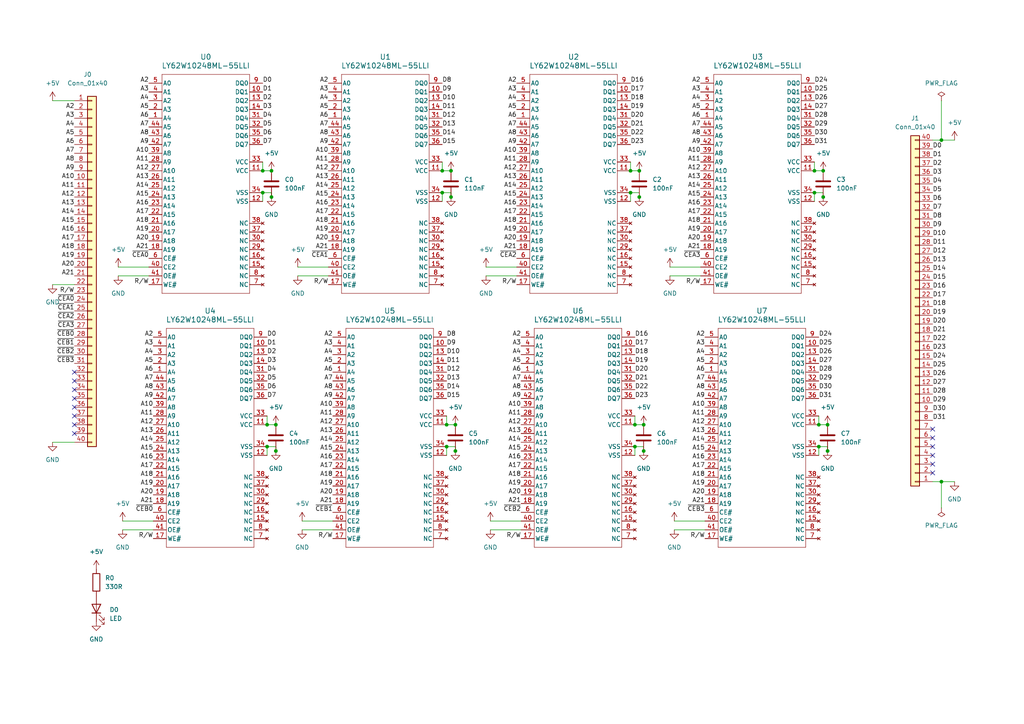
<source format=kicad_sch>
(kicad_sch (version 20230121) (generator eeschema)
  (paper "A4")
  (lib_symbols
    (symbol "Connector_Generic:Conn_01x40" (pin_names (offset 1.016) hide)
      (property "Reference" "J" (at 0 50.8 0))
      (property "Value" "Conn_01x40" (at 0 -53.34 0))
      (symbol "Conn_01x40_1_1"
        (rectangle (start -1.27 -50.673) (end 0 -50.927) (stroke (width 0.1524)))
        (rectangle (start -1.27 -48.133) (end 0 -48.387) (stroke (width 0.1524)))
        (rectangle (start -1.27 -45.593) (end 0 -45.847) (stroke (width 0.1524)))
        (rectangle (start -1.27 -43.053) (end 0 -43.307) (stroke (width 0.1524)))
        (rectangle (start -1.27 -40.513) (end 0 -40.767) (stroke (width 0.1524)))
        (rectangle (start -1.27 -37.973) (end 0 -38.227) (stroke (width 0.1524)))
        (rectangle (start -1.27 -35.433) (end 0 -35.687) (stroke (width 0.1524)))
        (rectangle (start -1.27 -32.893) (end 0 -33.147) (stroke (width 0.1524)))
        (rectangle (start -1.27 -30.353) (end 0 -30.607) (stroke (width 0.1524)))
        (rectangle (start -1.27 -27.813) (end 0 -28.067) (stroke (width 0.1524)))
        (rectangle (start -1.27 -25.273) (end 0 -25.527) (stroke (width 0.1524)))
        (rectangle (start -1.27 -22.733) (end 0 -22.987) (stroke (width 0.1524)))
        (rectangle (start -1.27 -20.193) (end 0 -20.447) (stroke (width 0.1524)))
        (rectangle (start -1.27 -17.653) (end 0 -17.907) (stroke (width 0.1524)))
        (rectangle (start -1.27 -15.113) (end 0 -15.367) (stroke (width 0.1524)))
        (rectangle (start -1.27 -12.573) (end 0 -12.827) (stroke (width 0.1524)))
        (rectangle (start -1.27 -10.033) (end 0 -10.287) (stroke (width 0.1524)))
        (rectangle (start -1.27 -7.493) (end 0 -7.747) (stroke (width 0.1524)))
        (rectangle (start -1.27 -4.953) (end 0 -5.207) (stroke (width 0.1524)))
        (rectangle (start -1.27 -2.413) (end 0 -2.667) (stroke (width 0.1524)))
        (rectangle (start -1.27 0.127) (end 0 -0.127) (stroke (width 0.1524)))
        (rectangle (start -1.27 2.667) (end 0 2.413) (stroke (width 0.1524)))
        (rectangle (start -1.27 5.207) (end 0 4.953) (stroke (width 0.1524)))
        (rectangle (start -1.27 7.747) (end 0 7.493) (stroke (width 0.1524)))
        (rectangle (start -1.27 10.287) (end 0 10.033) (stroke (width 0.1524)))
        (rectangle (start -1.27 12.827) (end 0 12.573) (stroke (width 0.1524)))
        (rectangle (start -1.27 15.367) (end 0 15.113) (stroke (width 0.1524)))
        (rectangle (start -1.27 17.907) (end 0 17.653) (stroke (width 0.1524)))
        (rectangle (start -1.27 20.447) (end 0 20.193) (stroke (width 0.1524)))
        (rectangle (start -1.27 22.987) (end 0 22.733) (stroke (width 0.1524)))
        (rectangle (start -1.27 25.527) (end 0 25.273) (stroke (width 0.1524)))
        (rectangle (start -1.27 28.067) (end 0 27.813) (stroke (width 0.1524)))
        (rectangle (start -1.27 30.607) (end 0 30.353) (stroke (width 0.1524)))
        (rectangle (start -1.27 33.147) (end 0 32.893) (stroke (width 0.1524)))
        (rectangle (start -1.27 35.687) (end 0 35.433) (stroke (width 0.1524)))
        (rectangle (start -1.27 38.227) (end 0 37.973) (stroke (width 0.1524)))
        (rectangle (start -1.27 40.767) (end 0 40.513) (stroke (width 0.1524)))
        (rectangle (start -1.27 43.307) (end 0 43.053) (stroke (width 0.1524)))
        (rectangle (start -1.27 45.847) (end 0 45.593) (stroke (width 0.1524)))
        (rectangle (start -1.27 48.387) (end 0 48.133) (stroke (width 0.1524)))
        (rectangle (start -1.27 49.53) (end 1.27 -52.07) (stroke (width 0.254)) (fill (type background)))
        (pin passive line (at -5.08 48.26 0) (length 3.81) (name "Pin_1") (number "1"))
        (pin passive line (at -5.08 25.4 0) (length 3.81) (name "Pin_10") (number "10"))
        (pin passive line (at -5.08 22.86 0) (length 3.81) (name "Pin_11") (number "11"))
        (pin passive line (at -5.08 20.32 0) (length 3.81) (name "Pin_12") (number "12"))
        (pin passive line (at -5.08 17.78 0) (length 3.81) (name "Pin_13") (number "13"))
        (pin passive line (at -5.08 15.24 0) (length 3.81) (name "Pin_14") (number "14"))
        (pin passive line (at -5.08 12.7 0) (length 3.81) (name "Pin_15") (number "15"))
        (pin passive line (at -5.08 10.16 0) (length 3.81) (name "Pin_16") (number "16"))
        (pin passive line (at -5.08 7.62 0) (length 3.81) (name "Pin_17") (number "17"))
        (pin passive line (at -5.08 5.08 0) (length 3.81) (name "Pin_18") (number "18"))
        (pin passive line (at -5.08 2.54 0) (length 3.81) (name "Pin_19") (number "19"))
        (pin passive line (at -5.08 45.72 0) (length 3.81) (name "Pin_2") (number "2"))
        (pin passive line (at -5.08 0 0) (length 3.81) (name "Pin_20") (number "20"))
        (pin passive line (at -5.08 -2.54 0) (length 3.81) (name "Pin_21") (number "21"))
        (pin passive line (at -5.08 -5.08 0) (length 3.81) (name "Pin_22") (number "22"))
        (pin passive line (at -5.08 -7.62 0) (length 3.81) (name "Pin_23") (number "23"))
        (pin passive line (at -5.08 -10.16 0) (length 3.81) (name "Pin_24") (number "24"))
        (pin passive line (at -5.08 -12.7 0) (length 3.81) (name "Pin_25") (number "25"))
        (pin passive line (at -5.08 -15.24 0) (length 3.81) (name "Pin_26") (number "26"))
        (pin passive line (at -5.08 -17.78 0) (length 3.81) (name "Pin_27") (number "27"))
        (pin passive line (at -5.08 -20.32 0) (length 3.81) (name "Pin_28") (number "28"))
        (pin passive line (at -5.08 -22.86 0) (length 3.81) (name "Pin_29") (number "29"))
        (pin passive line (at -5.08 43.18 0) (length 3.81) (name "Pin_3") (number "3"))
        (pin passive line (at -5.08 -25.4 0) (length 3.81) (name "Pin_30") (number "30"))
        (pin passive line (at -5.08 -27.94 0) (length 3.81) (name "Pin_31") (number "31"))
        (pin passive line (at -5.08 -30.48 0) (length 3.81) (name "Pin_32") (number "32"))
        (pin passive line (at -5.08 -33.02 0) (length 3.81) (name "Pin_33") (number "33"))
        (pin passive line (at -5.08 -35.56 0) (length 3.81) (name "Pin_34") (number "34"))
        (pin passive line (at -5.08 -38.1 0) (length 3.81) (name "Pin_35") (number "35"))
        (pin passive line (at -5.08 -40.64 0) (length 3.81) (name "Pin_36") (number "36"))
        (pin passive line (at -5.08 -43.18 0) (length 3.81) (name "Pin_37") (number "37"))
        (pin passive line (at -5.08 -45.72 0) (length 3.81) (name "Pin_38") (number "38"))
        (pin passive line (at -5.08 -48.26 0) (length 3.81) (name "Pin_39") (number "39"))
        (pin passive line (at -5.08 40.64 0) (length 3.81) (name "Pin_4") (number "4"))
        (pin passive line (at -5.08 -50.8 0) (length 3.81) (name "Pin_40") (number "40"))
        (pin passive line (at -5.08 38.1 0) (length 3.81) (name "Pin_5") (number "5"))
        (pin passive line (at -5.08 35.56 0) (length 3.81) (name "Pin_6") (number "6"))
        (pin passive line (at -5.08 33.02 0) (length 3.81) (name "Pin_7") (number "7"))
        (pin passive line (at -5.08 30.48 0) (length 3.81) (name "Pin_8") (number "8"))
        (pin passive line (at -5.08 27.94 0) (length 3.81) (name "Pin_9") (number "9"))
      )
    )
    (symbol "Device:C" (pin_numbers hide) (pin_names (offset 0.254))
      (property "Reference" "C" (at 0.635 2.54 0))
      (property "Value" "C" (at 0.635 -2.54 0))
      (symbol "C_0_1"
        (polyline (pts (xy -2.032 -0.762) (xy 2.032 -0.762)) (stroke (width 0.508)))
        (polyline (pts (xy -2.032 0.762) (xy 2.032 0.762)) (stroke (width 0.508)))
      )
      (symbol "C_1_1"
        (pin passive line (at 0 3.81 270) (length 2.794) (name "~") (number "1"))
        (pin passive line (at 0 -3.81 90) (length 2.794) (name "~") (number "2"))
      )
    )
    (symbol "Device:LED" (pin_numbers hide) (pin_names (offset 1.016) hide)
      (property "Reference" "D" (at 0 2.54 0))
      (property "Value" "LED" (at 0 -2.54 0))
      (symbol "LED_0_1"
        (polyline (pts (xy -1.27 -1.27) (xy -1.27 1.27)) (stroke (width 0.254)))
        (polyline (pts (xy -1.27 0) (xy 1.27 0)))
        (polyline (pts (xy 1.27 -1.27) (xy 1.27 1.27) (xy -1.27 0) (xy 1.27 -1.27)) (stroke (width 0.254)))
        (polyline (pts (xy -3.048 -0.762) (xy -4.572 -2.286) (xy -3.81 -2.286) (xy -4.572 -2.286) (xy -4.572 -1.524)))
        (polyline (pts (xy -1.778 -0.762) (xy -3.302 -2.286) (xy -2.54 -2.286) (xy -3.302 -2.286) (xy -3.302 -1.524)))
      )
      (symbol "LED_1_1"
        (pin passive line (at -3.81 0 0) (length 2.54) (name "K") (number "1"))
        (pin passive line (at 3.81 0 180) (length 2.54) (name "A") (number "2"))
      )
    )
    (symbol "Device:R" (pin_numbers hide) (pin_names (offset 0))
      (property "Reference" "R" (at 2.032 0 90))
      (property "Value" "R" (at 0 0 90))
      (symbol "R_0_1"
        (rectangle (start -1.016 -2.54) (end 1.016 2.54) (stroke (width 0.254)))
      )
      (symbol "R_1_1"
        (pin passive line (at 0 3.81 270) (length 1.27) (name "~") (number "1"))
        (pin passive line (at 0 -3.81 90) (length 1.27) (name "~") (number "2"))
      )
    )
    (symbol "LYONTEK:LY62W10248ML-55LLI" (pin_names (offset 0.254))
      (property "Reference" "U" (at 20.32 12.7 0))
      (property "Value" "LY62W10248ML-55LLI" (at 20.32 10.16 0))
      (symbol "LY62W10248ML-55LLI_1_1"
        (polyline (pts (xy 7.62 -55.88) (xy 33.02 -55.88)) (stroke (width 0.127)))
        (polyline (pts (xy 7.62 7.62) (xy 7.62 -55.88)) (stroke (width 0.127)))
        (polyline (pts (xy 33.02 -55.88) (xy 33.02 7.62)) (stroke (width 0.127)))
        (polyline (pts (xy 33.02 7.62) (xy 7.62 7.62)) (stroke (width 0.127)))
        (pin input line (at 3.81 -5.08 0) (length 3.81) (name "A4") (number "1"))
        (pin bidirectional line (at 36.83 2.54 180) (length 3.81) (name "DQ1") (number "10"))
        (pin power_in line (at 36.83 -20.32 180) (length 3.81) (name "VCC") (number "11"))
        (pin power_in line (at 36.83 -29.21 180) (length 3.81) (name "VSS") (number "12"))
        (pin bidirectional line (at 36.83 0 180) (length 3.81) (name "DQ2") (number "13"))
        (pin bidirectional line (at 36.83 -2.54 180) (length 3.81) (name "DQ3") (number "14"))
        (pin no_connect line (at 36.83 -48.26 180) (length 3.81) (name "NC") (number "15"))
        (pin no_connect line (at 36.83 -45.72 180) (length 3.81) (name "NC") (number "16"))
        (pin input line (at 3.81 -53.34 0) (length 3.81) (name "WE#") (number "17"))
        (pin input line (at 3.81 -43.18 0) (length 3.81) (name "A19") (number "18"))
        (pin input line (at 3.81 -40.64 0) (length 3.81) (name "A18") (number "19"))
        (pin input line (at 3.81 -2.54 0) (length 3.81) (name "A3") (number "2"))
        (pin input line (at 3.81 -38.1 0) (length 3.81) (name "A17") (number "20"))
        (pin input line (at 3.81 -35.56 0) (length 3.81) (name "A16") (number "21"))
        (pin input line (at 3.81 -33.02 0) (length 3.81) (name "A15") (number "22"))
        (pin input line (at 3.81 -30.48 0) (length 3.81) (name "A14") (number "23"))
        (pin input line (at 3.81 -27.94 0) (length 3.81) (name "A13") (number "24"))
        (pin input line (at 3.81 -25.4 0) (length 3.81) (name "A12") (number "25"))
        (pin input line (at 3.81 -22.86 0) (length 3.81) (name "A11") (number "26"))
        (pin input line (at 3.81 -20.32 0) (length 3.81) (name "A10") (number "27"))
        (pin input line (at 3.81 -17.78 0) (length 3.81) (name "A9") (number "28"))
        (pin no_connect line (at 36.83 -43.18 180) (length 3.81) (name "NC") (number "29"))
        (pin input line (at 3.81 0 0) (length 3.81) (name "A2") (number "3"))
        (pin no_connect line (at 36.83 -40.64 180) (length 3.81) (name "NC") (number "30"))
        (pin bidirectional line (at 36.83 -5.08 180) (length 3.81) (name "DQ4") (number "31"))
        (pin bidirectional line (at 36.83 -7.62 180) (length 3.81) (name "DQ5") (number "32"))
        (pin power_in line (at 36.83 -17.78 180) (length 3.81) (name "VCC") (number "33"))
        (pin power_in line (at 36.83 -26.67 180) (length 3.81) (name "VSS") (number "34"))
        (pin bidirectional line (at 36.83 -10.16 180) (length 3.81) (name "DQ6") (number "35"))
        (pin bidirectional line (at 36.83 -12.7 180) (length 3.81) (name "DQ7") (number "36"))
        (pin no_connect line (at 36.83 -38.1 180) (length 3.81) (name "NC") (number "37"))
        (pin no_connect line (at 36.83 -35.56 180) (length 3.81) (name "NC") (number "38"))
        (pin input line (at 3.81 -15.24 0) (length 3.81) (name "A8") (number "39"))
        (pin input line (at 3.81 2.54 0) (length 3.81) (name "A1") (number "4"))
        (pin input line (at 3.81 -48.26 0) (length 3.81) (name "CE2") (number "40"))
        (pin input line (at 3.81 -50.8 0) (length 3.81) (name "OE#") (number "41"))
        (pin input line (at 3.81 -12.7 0) (length 3.81) (name "A7") (number "42"))
        (pin input line (at 3.81 -10.16 0) (length 3.81) (name "A6") (number "43"))
        (pin input line (at 3.81 -7.62 0) (length 3.81) (name "A5") (number "44"))
        (pin input line (at 3.81 5.08 0) (length 3.81) (name "A0") (number "5"))
        (pin input line (at 3.81 -45.72 0) (length 3.81) (name "CE#") (number "6"))
        (pin no_connect line (at 36.83 -53.34 180) (length 3.81) (name "NC") (number "7"))
        (pin no_connect line (at 36.83 -50.8 180) (length 3.81) (name "NC") (number "8"))
        (pin bidirectional line (at 36.83 5.08 180) (length 3.81) (name "DQ0") (number "9"))
      )
    )
    (symbol "power:+5V" (power) (pin_names (offset 0))
      (property "Value" "+5V" (at 0 3.556 0))
      (symbol "+5V_0_1"
        (polyline (pts (xy -0.762 1.27) (xy 0 2.54)))
        (polyline (pts (xy 0 0) (xy 0 2.54)))
        (polyline (pts (xy 0 2.54) (xy 0.762 1.27)))
      )
      (symbol "+5V_1_1"
        (pin power_in line (at 0 0 90) (length 0) hide (name "+5V") (number "1"))
      )
    )
    (symbol "power:GND" (power) (pin_names (offset 0))
      (property "Value" "GND" (at 0 -3.81 0))
      (symbol "GND_0_1"
        (polyline (pts (xy 0 0) (xy 0 -1.27) (xy 1.27 -1.27) (xy 0 -2.54) (xy -1.27 -1.27) (xy 0 -1.27)))
      )
      (symbol "GND_1_1"
        (pin power_in line (at 0 0 270) (length 0) hide (name "GND") (number "1"))
      )
    )
    (symbol "power:PWR_FLAG" (power) (pin_numbers hide) (pin_names (offset 0) hide)
      (property "Value" "PWR_FLAG" (at 0 3.81 0))
      (symbol "PWR_FLAG_0_0"
        (pin power_out line (at 0 0 90) (length 0) (name "pwr") (number "1"))
      )
      (symbol "PWR_FLAG_0_1"
        (polyline (pts (xy 0 0) (xy 0 1.27) (xy -1.016 1.905) (xy 0 2.54) (xy 1.016 1.905) (xy 0 1.27)))
      )
    )
  )
  (junction (at 240.03 130.81))
  (junction (at 78.74 57.15))
  (junction (at 77.47 129.54))
  (junction (at 128.27 55.88))
  (junction (at 128.27 49.53))
  (junction (at 78.74 49.53))
  (junction (at 182.88 49.53))
  (junction (at 273.05 40.64))
  (junction (at 76.2 49.53))
  (junction (at 184.15 123.19))
  (junction (at 76.2 55.88))
  (junction (at 77.47 123.19))
  (junction (at 238.76 49.53))
  (junction (at 80.01 130.81))
  (junction (at 237.49 129.54))
  (junction (at 129.54 123.19))
  (junction (at 182.88 55.88))
  (junction (at 238.76 57.15))
  (junction (at 185.42 49.53))
  (junction (at 273.05 139.7))
  (junction (at 236.22 55.88))
  (junction (at 184.15 129.54))
  (junction (at 237.49 123.19))
  (junction (at 186.69 130.81))
  (junction (at 129.54 129.54))
  (junction (at 80.01 123.19))
  (junction (at 132.08 130.81))
  (junction (at 185.42 57.15))
  (junction (at 130.81 49.53))
  (junction (at 130.81 57.15))
  (junction (at 236.22 49.53))
  (junction (at 186.69 123.19))
  (junction (at 240.03 123.19))
  (junction (at 132.08 123.19))
  (no_connect (at 21.59 115.57))
  (no_connect (at 270.51 134.62))
  (no_connect (at 21.59 107.95))
  (no_connect (at 21.59 118.11))
  (no_connect (at 270.51 129.54))
  (no_connect (at 270.51 137.16))
  (no_connect (at 21.59 113.03))
  (no_connect (at 21.59 110.49))
  (no_connect (at 270.51 132.08))
  (no_connect (at 270.51 127))
  (no_connect (at 21.59 123.19))
  (no_connect (at 270.51 124.46))
  (no_connect (at 21.59 125.73))
  (no_connect (at 21.59 120.65))
  (wire (pts (xy 77.47 129.54) (xy 80.01 129.54)))
  (wire (pts (xy 77.47 129.54) (xy 77.47 132.08)))
  (wire (pts (xy 140.97 77.47) (xy 149.86 77.47)))
  (wire (pts (xy 237.49 123.19) (xy 240.03 123.19)))
  (wire (pts (xy 130.81 55.88) (xy 130.81 57.15)))
  (wire (pts (xy 236.22 49.53) (xy 238.76 49.53)))
  (wire (pts (xy 34.29 80.01) (xy 43.18 80.01)))
  (wire (pts (xy 76.2 55.88) (xy 78.74 55.88)))
  (wire (pts (xy 15.24 29.21) (xy 21.59 29.21)))
  (wire (pts (xy 236.22 55.88) (xy 236.22 58.42)))
  (wire (pts (xy 77.47 120.65) (xy 77.47 123.19)))
  (wire (pts (xy 194.31 80.01) (xy 203.2 80.01)))
  (wire (pts (xy 128.27 55.88) (xy 128.27 58.42)))
  (wire (pts (xy 184.15 123.19) (xy 186.69 123.19)))
  (wire (pts (xy 195.58 151.13) (xy 204.47 151.13)))
  (wire (pts (xy 80.01 129.54) (xy 80.01 130.81)))
  (wire (pts (xy 86.36 77.47) (xy 95.25 77.47)))
  (wire (pts (xy 78.74 55.88) (xy 78.74 57.15)))
  (wire (pts (xy 237.49 120.65) (xy 237.49 123.19)))
  (wire (pts (xy 129.54 120.65) (xy 129.54 123.19)))
  (wire (pts (xy 184.15 129.54) (xy 184.15 132.08)))
  (wire (pts (xy 240.03 129.54) (xy 240.03 130.81)))
  (wire (pts (xy 35.56 153.67) (xy 44.45 153.67)))
  (wire (pts (xy 184.15 120.65) (xy 184.15 123.19)))
  (wire (pts (xy 129.54 123.19) (xy 132.08 123.19)))
  (wire (pts (xy 185.42 55.88) (xy 185.42 57.15)))
  (wire (pts (xy 129.54 129.54) (xy 132.08 129.54)))
  (wire (pts (xy 237.49 129.54) (xy 240.03 129.54)))
  (wire (pts (xy 273.05 40.64) (xy 276.86 40.64)))
  (wire (pts (xy 87.63 153.67) (xy 96.52 153.67)))
  (wire (pts (xy 186.69 129.54) (xy 186.69 130.81)))
  (wire (pts (xy 86.36 80.01) (xy 95.25 80.01)))
  (wire (pts (xy 236.22 55.88) (xy 238.76 55.88)))
  (wire (pts (xy 132.08 129.54) (xy 132.08 130.81)))
  (wire (pts (xy 77.47 123.19) (xy 80.01 123.19)))
  (wire (pts (xy 237.49 129.54) (xy 237.49 132.08)))
  (wire (pts (xy 15.24 128.27) (xy 21.59 128.27)))
  (wire (pts (xy 76.2 49.53) (xy 78.74 49.53)))
  (wire (pts (xy 195.58 153.67) (xy 204.47 153.67)))
  (wire (pts (xy 236.22 46.99) (xy 236.22 49.53)))
  (wire (pts (xy 238.76 55.88) (xy 238.76 57.15)))
  (wire (pts (xy 270.51 139.7) (xy 273.05 139.7)))
  (wire (pts (xy 182.88 55.88) (xy 182.88 58.42)))
  (wire (pts (xy 184.15 129.54) (xy 186.69 129.54)))
  (wire (pts (xy 140.97 80.01) (xy 149.86 80.01)))
  (wire (pts (xy 142.24 151.13) (xy 151.13 151.13)))
  (wire (pts (xy 76.2 55.88) (xy 76.2 58.42)))
  (wire (pts (xy 35.56 151.13) (xy 44.45 151.13)))
  (wire (pts (xy 142.24 153.67) (xy 151.13 153.67)))
  (wire (pts (xy 182.88 46.99) (xy 182.88 49.53)))
  (wire (pts (xy 76.2 46.99) (xy 76.2 49.53)))
  (wire (pts (xy 182.88 49.53) (xy 185.42 49.53)))
  (wire (pts (xy 87.63 151.13) (xy 96.52 151.13)))
  (wire (pts (xy 15.24 82.55) (xy 21.59 82.55)))
  (wire (pts (xy 128.27 46.99) (xy 128.27 49.53)))
  (wire (pts (xy 273.05 139.7) (xy 273.05 147.32)))
  (wire (pts (xy 182.88 55.88) (xy 185.42 55.88)))
  (wire (pts (xy 128.27 49.53) (xy 130.81 49.53)))
  (wire (pts (xy 270.51 40.64) (xy 273.05 40.64)))
  (wire (pts (xy 129.54 129.54) (xy 129.54 132.08)))
  (wire (pts (xy 34.29 77.47) (xy 43.18 77.47)))
  (wire (pts (xy 128.27 55.88) (xy 130.81 55.88)))
  (wire (pts (xy 273.05 139.7) (xy 276.86 139.7)))
  (wire (pts (xy 194.31 77.47) (xy 203.2 77.47)))
  (wire (pts (xy 273.05 29.21) (xy 273.05 40.64)))
  (label "A6" (at 44.45 107.95 180))
  (label "A10" (at 203.2 44.45 180))
  (label "A16" (at 21.59 67.31 180))
  (label "A6" (at 95.25 34.29 180))
  (label "A5" (at 203.2 31.75 180))
  (label "D17" (at 184.15 100.33 0))
  (label "D24" (at 237.49 97.79 0))
  (label "A18" (at 96.52 138.43 180))
  (label "A4" (at 21.59 36.83 180))
  (label "A8" (at 96.52 113.03 180))
  (label "A20" (at 204.47 143.51 180))
  (label "D27" (at 270.51 111.76 0))
  (label "A20" (at 149.86 69.85 180))
  (label "A6" (at 203.2 34.29 180))
  (label "A17" (at 204.47 135.89 180))
  (label "A20" (at 96.52 143.51 180))
  (label "A14" (at 43.18 54.61 180))
  (label "R{slash}W" (at 95.25 82.55 180))
  (label "A5" (at 204.47 105.41 180))
  (label "D5" (at 77.47 110.49 0))
  (label "~{CEA2}" (at 21.59 92.71 180))
  (label "A17" (at 151.13 135.89 180))
  (label "D15" (at 270.51 81.28 0))
  (label "D13" (at 128.27 36.83 0))
  (label "A6" (at 204.47 107.95 180))
  (label "D23" (at 182.88 41.91 0))
  (label "R{slash}W" (at 204.47 156.21 180))
  (label "R{slash}W" (at 203.2 82.55 180))
  (label "D14" (at 270.51 78.74 0))
  (label "D7" (at 76.2 41.91 0))
  (label "A12" (at 95.25 49.53 180))
  (label "D31" (at 270.51 121.92 0))
  (label "A11" (at 43.18 46.99 180))
  (label "A18" (at 203.2 64.77 180))
  (label "D30" (at 236.22 39.37 0))
  (label "A5" (at 21.59 39.37 180))
  (label "A21" (at 151.13 146.05 180))
  (label "A12" (at 149.86 49.53 180))
  (label "D0" (at 270.51 43.18 0))
  (label "D26" (at 237.49 102.87 0))
  (label "D22" (at 184.15 113.03 0))
  (label "A15" (at 95.25 57.15 180))
  (label "A19" (at 149.86 67.31 180))
  (label "~{CEB1}" (at 21.59 100.33 180))
  (label "A4" (at 44.45 102.87 180))
  (label "R{slash}W" (at 44.45 156.21 180))
  (label "D15" (at 129.54 115.57 0))
  (label "A11" (at 44.45 120.65 180))
  (label "~{CEA3}" (at 21.59 95.25 180))
  (label "D22" (at 270.51 99.06 0))
  (label "A10" (at 149.86 44.45 180))
  (label "A2" (at 203.2 24.13 180))
  (label "A9" (at 204.47 115.57 180))
  (label "D19" (at 182.88 31.75 0))
  (label "A8" (at 151.13 113.03 180))
  (label "A14" (at 96.52 128.27 180))
  (label "D16" (at 184.15 97.79 0))
  (label "A17" (at 44.45 135.89 180))
  (label "D31" (at 237.49 115.57 0))
  (label "A7" (at 44.45 110.49 180))
  (label "A15" (at 151.13 130.81 180))
  (label "A21" (at 203.2 72.39 180))
  (label "A2" (at 204.47 97.79 180))
  (label "D29" (at 270.51 116.84 0))
  (label "A6" (at 96.52 107.95 180))
  (label "A3" (at 151.13 100.33 180))
  (label "D7" (at 77.47 115.57 0))
  (label "D1" (at 77.47 100.33 0))
  (label "D12" (at 270.51 73.66 0))
  (label "A5" (at 96.52 105.41 180))
  (label "A2" (at 95.25 24.13 180))
  (label "~{CEA2}" (at 149.86 74.93 180))
  (label "A19" (at 151.13 140.97 180))
  (label "A11" (at 151.13 120.65 180))
  (label "D16" (at 270.51 83.82 0))
  (label "A5" (at 149.86 31.75 180))
  (label "D20" (at 182.88 34.29 0))
  (label "D5" (at 76.2 36.83 0))
  (label "A18" (at 151.13 138.43 180))
  (label "A16" (at 96.52 133.35 180))
  (label "~{CEB0}" (at 44.45 148.59 180))
  (label "D2" (at 270.51 48.26 0))
  (label "~{CEA1}" (at 21.59 90.17 180))
  (label "D24" (at 236.22 24.13 0))
  (label "A8" (at 21.59 46.99 180))
  (label "D16" (at 182.88 24.13 0))
  (label "A19" (at 204.47 140.97 180))
  (label "A12" (at 151.13 123.19 180))
  (label "A2" (at 43.18 24.13 180))
  (label "A19" (at 21.59 74.93 180))
  (label "A11" (at 95.25 46.99 180))
  (label "D14" (at 129.54 113.03 0))
  (label "D14" (at 128.27 39.37 0))
  (label "A12" (at 43.18 49.53 180))
  (label "A17" (at 43.18 62.23 180))
  (label "D28" (at 270.51 114.3 0))
  (label "A7" (at 21.59 44.45 180))
  (label "D6" (at 77.47 113.03 0))
  (label "A19" (at 44.45 140.97 180))
  (label "A14" (at 44.45 128.27 180))
  (label "D28" (at 237.49 107.95 0))
  (label "A20" (at 43.18 69.85 180))
  (label "D20" (at 184.15 107.95 0))
  (label "A12" (at 21.59 57.15 180))
  (label "A20" (at 95.25 69.85 180))
  (label "D22" (at 182.88 39.37 0))
  (label "A9" (at 43.18 41.91 180))
  (label "A9" (at 149.86 41.91 180))
  (label "A7" (at 95.25 36.83 180))
  (label "A15" (at 96.52 130.81 180))
  (label "A17" (at 203.2 62.23 180))
  (label "A12" (at 203.2 49.53 180))
  (label "~{CEA0}" (at 21.59 87.63 180))
  (label "A3" (at 44.45 100.33 180))
  (label "D13" (at 129.54 110.49 0))
  (label "D30" (at 237.49 113.03 0))
  (label "A8" (at 203.2 39.37 180))
  (label "A9" (at 96.52 115.57 180))
  (label "A10" (at 96.52 118.11 180))
  (label "A13" (at 96.52 125.73 180))
  (label "D26" (at 270.51 109.22 0))
  (label "A2" (at 21.59 31.75 180))
  (label "~{CEB2}" (at 151.13 148.59 180))
  (label "~{CEB0}" (at 21.59 97.79 180))
  (label "D18" (at 182.88 29.21 0))
  (label "D17" (at 270.51 86.36 0))
  (label "A16" (at 203.2 59.69 180))
  (label "D6" (at 270.51 58.42 0))
  (label "D18" (at 270.51 88.9 0))
  (label "A7" (at 43.18 36.83 180))
  (label "A16" (at 43.18 59.69 180))
  (label "D8" (at 129.54 97.79 0))
  (label "A18" (at 149.86 64.77 180))
  (label "A11" (at 149.86 46.99 180))
  (label "~{CEB2}" (at 21.59 102.87 180))
  (label "A16" (at 151.13 133.35 180))
  (label "A16" (at 95.25 59.69 180))
  (label "A21" (at 44.45 146.05 180))
  (label "A10" (at 95.25 44.45 180))
  (label "D5" (at 270.51 55.88 0))
  (label "A5" (at 44.45 105.41 180))
  (label "A13" (at 204.47 125.73 180))
  (label "A21" (at 43.18 72.39 180))
  (label "A15" (at 203.2 57.15 180))
  (label "A13" (at 149.86 52.07 180))
  (label "D24" (at 270.51 104.14 0))
  (label "A19" (at 96.52 140.97 180))
  (label "A18" (at 95.25 64.77 180))
  (label "A10" (at 43.18 44.45 180))
  (label "D23" (at 184.15 115.57 0))
  (label "A7" (at 151.13 110.49 180))
  (label "A16" (at 149.86 59.69 180))
  (label "A13" (at 21.59 59.69 180))
  (label "D11" (at 129.54 105.41 0))
  (label "D9" (at 270.51 66.04 0))
  (label "D19" (at 184.15 105.41 0))
  (label "~{CEB1}" (at 96.52 148.59 180))
  (label "A12" (at 204.47 123.19 180))
  (label "A10" (at 44.45 118.11 180))
  (label "R{slash}W" (at 149.86 82.55 180))
  (label "A10" (at 204.47 118.11 180))
  (label "A11" (at 21.59 54.61 180))
  (label "D19" (at 270.51 91.44 0))
  (label "~{CEA3}" (at 203.2 74.93 180))
  (label "D0" (at 77.47 97.79 0))
  (label "A18" (at 43.18 64.77 180))
  (label "A15" (at 44.45 130.81 180))
  (label "A8" (at 204.47 113.03 180))
  (label "D1" (at 76.2 26.67 0))
  (label "A9" (at 44.45 115.57 180))
  (label "A2" (at 149.86 24.13 180))
  (label "A4" (at 151.13 102.87 180))
  (label "A7" (at 204.47 110.49 180))
  (label "D26" (at 236.22 29.21 0))
  (label "A6" (at 151.13 107.95 180))
  (label "A11" (at 96.52 120.65 180))
  (label "A19" (at 43.18 67.31 180))
  (label "D11" (at 270.51 71.12 0))
  (label "A3" (at 21.59 34.29 180))
  (label "A15" (at 43.18 57.15 180))
  (label "D2" (at 76.2 29.21 0))
  (label "D8" (at 128.27 24.13 0))
  (label "A12" (at 96.52 123.19 180))
  (label "A21" (at 21.59 80.01 180))
  (label "R{slash}W" (at 96.52 156.21 180))
  (label "A21" (at 204.47 146.05 180))
  (label "A4" (at 204.47 102.87 180))
  (label "D4" (at 77.47 107.95 0))
  (label "A14" (at 95.25 54.61 180))
  (label "A14" (at 149.86 54.61 180))
  (label "A2" (at 151.13 97.79 180))
  (label "A11" (at 203.2 46.99 180))
  (label "A5" (at 43.18 31.75 180))
  (label "A15" (at 204.47 130.81 180))
  (label "A14" (at 21.59 62.23 180))
  (label "A17" (at 96.52 135.89 180))
  (label "D2" (at 77.47 102.87 0))
  (label "D3" (at 270.51 50.8 0))
  (label "A7" (at 149.86 36.83 180))
  (label "A14" (at 204.47 128.27 180))
  (label "A13" (at 44.45 125.73 180))
  (label "A3" (at 149.86 26.67 180))
  (label "A21" (at 95.25 72.39 180))
  (label "A14" (at 151.13 128.27 180))
  (label "R{slash}W" (at 151.13 156.21 180))
  (label "D6" (at 76.2 39.37 0))
  (label "A20" (at 21.59 77.47 180))
  (label "D27" (at 236.22 31.75 0))
  (label "A13" (at 151.13 125.73 180))
  (label "D31" (at 236.22 41.91 0))
  (label "A6" (at 149.86 34.29 180))
  (label "D23" (at 270.51 101.6 0))
  (label "A17" (at 21.59 69.85 180))
  (label "A3" (at 96.52 100.33 180))
  (label "A15" (at 21.59 64.77 180))
  (label "D20" (at 270.51 93.98 0))
  (label "D1" (at 270.51 45.72 0))
  (label "A4" (at 203.2 29.21 180))
  (label "A6" (at 21.59 41.91 180))
  (label "A8" (at 43.18 39.37 180))
  (label "A9" (at 95.25 41.91 180))
  (label "A13" (at 43.18 52.07 180))
  (label "D9" (at 129.54 100.33 0))
  (label "A12" (at 44.45 123.19 180))
  (label "A5" (at 151.13 105.41 180))
  (label "D3" (at 76.2 31.75 0))
  (label "D21" (at 182.88 36.83 0))
  (label "A14" (at 203.2 54.61 180))
  (label "A16" (at 204.47 133.35 180))
  (label "R{slash}W" (at 21.59 85.09 180))
  (label "D11" (at 128.27 31.75 0))
  (label "D29" (at 237.49 110.49 0))
  (label "A9" (at 203.2 41.91 180))
  (label "A15" (at 149.86 57.15 180))
  (label "D12" (at 129.54 107.95 0))
  (label "D25" (at 270.51 106.68 0))
  (label "D25" (at 237.49 100.33 0))
  (label "D30" (at 270.51 119.38 0))
  (label "D10" (at 128.27 29.21 0))
  (label "A8" (at 44.45 113.03 180))
  (label "A18" (at 204.47 138.43 180))
  (label "D7" (at 270.51 60.96 0))
  (label "A4" (at 95.25 29.21 180))
  (label "D18" (at 184.15 102.87 0))
  (label "D12" (at 128.27 34.29 0))
  (label "A3" (at 204.47 100.33 180))
  (label "A16" (at 44.45 133.35 180))
  (label "D28" (at 236.22 34.29 0))
  (label "A10" (at 151.13 118.11 180))
  (label "~{CEB3}" (at 21.59 105.41 180))
  (label "D9" (at 128.27 26.67 0))
  (label "~{CEB3}" (at 204.47 148.59 180))
  (label "A11" (at 204.47 120.65 180))
  (label "A4" (at 43.18 29.21 180))
  (label "A17" (at 149.86 62.23 180))
  (label "A3" (at 95.25 26.67 180))
  (label "D25" (at 236.22 26.67 0))
  (label "D0" (at 76.2 24.13 0))
  (label "D21" (at 270.51 96.52 0))
  (label "D4" (at 76.2 34.29 0))
  (label "A2" (at 44.45 97.79 180))
  (label "D10" (at 270.51 68.58 0))
  (label "A19" (at 203.2 67.31 180))
  (label "A3" (at 43.18 26.67 180))
  (label "D8" (at 270.51 63.5 0))
  (label "~{CEA0}" (at 43.18 74.93 180))
  (label "A9" (at 21.59 49.53 180))
  (label "A2" (at 96.52 97.79 180))
  (label "A4" (at 96.52 102.87 180))
  (label "A20" (at 203.2 69.85 180))
  (label "A4" (at 149.86 29.21 180))
  (label "A18" (at 21.59 72.39 180))
  (label "A9" (at 151.13 115.57 180))
  (label "D3" (at 77.47 105.41 0))
  (label "A18" (at 44.45 138.43 180))
  (label "D10" (at 129.54 102.87 0))
  (label "A6" (at 43.18 34.29 180))
  (label "R{slash}W" (at 43.18 82.55 180))
  (label "A20" (at 44.45 143.51 180))
  (label "D15" (at 128.27 41.91 0))
  (label "A3" (at 203.2 26.67 180))
  (label "A17" (at 95.25 62.23 180))
  (label "A8" (at 95.25 39.37 180))
  (label "A21" (at 96.52 146.05 180))
  (label "A21" (at 149.86 72.39 180))
  (label "A19" (at 95.25 67.31 180))
  (label "A10" (at 21.59 52.07 180))
  (label "A7" (at 96.52 110.49 180))
  (label "D13" (at 270.51 76.2 0))
  (label "D21" (at 184.15 110.49 0))
  (label "D29" (at 236.22 36.83 0))
  (label "A8" (at 149.86 39.37 180))
  (label "~{CEA1}" (at 95.25 74.93 180))
  (label "A13" (at 203.2 52.07 180))
  (label "D27" (at 237.49 105.41 0))
  (label "A7" (at 203.2 36.83 180))
  (label "A13" (at 95.25 52.07 180))
  (label "D4" (at 270.51 53.34 0))
  (label "A20" (at 151.13 143.51 180))
  (label "D17" (at 182.88 26.67 0))
  (label "A5" (at 95.25 31.75 180))
  (symbol (lib_id "power:GND") (at 195.58 153.67 0) (unit 1)
    (property "Reference" "#PWR036" (effects hide))
    (property "Value" "GND" (at 195.58 158.75 0))
  )
  (symbol (lib_id "power:GND") (at 238.76 57.15 0) (unit 1)
    (property "Reference" "#PWR09" (effects hide))
    (property "Value" "GND" (at 238.76 62.23 0))
  )
  (symbol (lib_id "Device:C") (at 132.08 127 0) (unit 1)
    (property "Reference" "C5" (at 135.89 125.73 0) (effects (justify left)))
    (property "Value" "100nF" (at 135.89 128.27 0) (effects (justify left)))
    (property "Footprint" "Capacitor_SMD:C_0805_2012Metric_Pad1.18x1.45mm_HandSolder" (effects hide))
  )
  (symbol (lib_id "power:+5V") (at 130.81 49.53 0) (unit 1)
    (property "Reference" "#PWR03" (effects hide))
    (property "Value" "+5V" (at 130.81 44.45 0))
  )
  (symbol (lib_id "power:GND") (at 35.56 153.67 0) (unit 1)
    (property "Reference" "#PWR033" (effects hide))
    (property "Value" "GND" (at 35.56 158.75 0))
  )
  (symbol (lib_id "power:+5V") (at 34.29 77.47 0) (unit 1)
    (property "Reference" "#PWR010" (effects hide))
    (property "Value" "+5V" (at 34.29 72.39 0))
  )
  (symbol (lib_id "power:+5V") (at 80.01 123.19 0) (unit 1)
    (property "Reference" "#PWR019" (effects hide))
    (property "Value" "+5V" (at 80.01 118.11 0))
  )
  (symbol (lib_id "power:+5V") (at 86.36 77.47 0) (unit 1)
    (property "Reference" "#PWR011" (effects hide))
    (property "Value" "+5V" (at 86.36 72.39 0))
  )
  (symbol (lib_id "Device:C") (at 130.81 53.34 0) (unit 1)
    (property "Reference" "C1" (at 134.62 52.07 0) (effects (justify left)))
    (property "Value" "110nF" (at 134.62 54.61 0) (effects (justify left)))
    (property "Footprint" "Capacitor_SMD:C_0805_2012Metric_Pad1.18x1.45mm_HandSolder" (effects hide))
  )
  (symbol (lib_id "power:GND") (at 27.94 180.34 0) (unit 1)
    (property "Reference" "#PWR038" (effects hide))
    (property "Value" "GND" (at 27.94 185.42 0))
  )
  (symbol (lib_id "power:GND") (at 140.97 80.01 0) (unit 1)
    (property "Reference" "#PWR016" (effects hide))
    (property "Value" "GND" (at 140.97 85.09 0))
  )
  (symbol (lib_id "LYONTEK:LY62W10248ML-55LLI") (at 91.44 29.21 0) (unit 1)
    (property "Reference" "U1" (at 111.76 16.51 0) (effects (font (size 1.524 1.524))))
    (property "Value" "LY62W10248ML-55LLI" (at 111.76 19.05 0) (effects (font (size 1.524 1.524))))
    (property "Footprint" "TSOP-II-44_400MIL_LTK" (effects hide))
    (property "Datasheet" "LY62W10248ML-55LLI" (effects hide))
  )
  (symbol (lib_id "power:PWR_FLAG") (at 273.05 29.21 0) (unit 1)
    (property "Reference" "#FLG00" (effects hide))
    (property "Value" "PWR_FLAG" (at 273.05 24.13 0))
  )
  (symbol (lib_id "power:GND") (at 78.74 57.15 0) (unit 1)
    (property "Reference" "#PWR06" (effects hide))
    (property "Value" "GND" (at 78.74 62.23 0))
  )
  (symbol (lib_id "power:+5V") (at 185.42 49.53 0) (unit 1)
    (property "Reference" "#PWR04" (effects hide))
    (property "Value" "+5V" (at 185.42 44.45 0))
  )
  (symbol (lib_id "power:+5V") (at 194.31 77.47 0) (unit 1)
    (property "Reference" "#PWR013" (effects hide))
    (property "Value" "+5V" (at 194.31 72.39 0))
  )
  (symbol (lib_id "LYONTEK:LY62W10248ML-55LLI") (at 39.37 29.21 0) (unit 1)
    (property "Reference" "U0" (at 59.69 16.51 0) (effects (font (size 1.524 1.524))))
    (property "Value" "LY62W10248ML-55LLI" (at 59.69 19.05 0) (effects (font (size 1.524 1.524))))
    (property "Footprint" "TSOP-II-44_400MIL_LTK" (effects hide))
    (property "Datasheet" "LY62W10248ML-55LLI" (effects hide))
  )
  (symbol (lib_id "power:GND") (at 276.86 139.7 0) (unit 1)
    (property "Reference" "#PWR028" (effects hide))
    (property "Value" "GND" (at 276.86 144.78 0))
  )
  (symbol (lib_id "Connector_Generic:Conn_01x40") (at 26.67 77.47 0) (unit 1)
    (property "Reference" "J0" (at 25.4 21.59 0))
    (property "Value" "Conn_01x40" (at 25.4 24.13 0))
    (property "Footprint" "Connector_PinHeader_2.54mm:PinHeader_1x40_P2.54mm_Vertical" (effects hide))
  )
  (symbol (lib_id "power:GND") (at 87.63 153.67 0) (unit 1)
    (property "Reference" "#PWR034" (effects hide))
    (property "Value" "GND" (at 87.63 158.75 0))
  )
  (symbol (lib_id "power:+5V") (at 35.56 151.13 0) (unit 1)
    (property "Reference" "#PWR029" (effects hide))
    (property "Value" "+5V" (at 35.56 146.05 0))
  )
  (symbol (lib_id "power:+5V") (at 78.74 49.53 0) (unit 1)
    (property "Reference" "#PWR02" (effects hide))
    (property "Value" "+5V" (at 78.74 44.45 0))
  )
  (symbol (lib_id "power:+5V") (at 27.94 165.1 0) (unit 1)
    (property "Reference" "#PWR037" (effects hide))
    (property "Value" "+5V" (at 27.94 160.02 0))
  )
  (symbol (lib_id "LYONTEK:LY62W10248ML-55LLI") (at 92.71 102.87 0) (unit 1)
    (property "Reference" "U5" (at 113.03 90.17 0) (effects (font (size 1.524 1.524))))
    (property "Value" "LY62W10248ML-55LLI" (at 113.03 92.71 0) (effects (font (size 1.524 1.524))))
    (property "Footprint" "TSOP-II-44_400MIL_LTK" (effects hide))
    (property "Datasheet" "LY62W10248ML-55LLI" (effects hide))
  )
  (symbol (lib_id "power:GND") (at 86.36 80.01 0) (unit 1)
    (property "Reference" "#PWR015" (effects hide))
    (property "Value" "GND" (at 86.36 85.09 0))
  )
  (symbol (lib_id "Device:C") (at 240.03 127 0) (unit 1)
    (property "Reference" "C7" (at 243.84 125.73 0) (effects (justify left)))
    (property "Value" "100nF" (at 243.84 128.27 0) (effects (justify left)))
    (property "Footprint" "Capacitor_SMD:C_0805_2012Metric_Pad1.18x1.45mm_HandSolder" (effects hide))
  )
  (symbol (lib_id "power:GND") (at 194.31 80.01 0) (unit 1)
    (property "Reference" "#PWR017" (effects hide))
    (property "Value" "GND" (at 194.31 85.09 0))
  )
  (symbol (lib_id "power:GND") (at 15.24 82.55 0) (unit 1)
    (property "Reference" "#PWR018" (effects hide))
    (property "Value" "GND" (at 15.24 87.63 0))
  )
  (symbol (lib_id "power:+5V") (at 238.76 49.53 0) (unit 1)
    (property "Reference" "#PWR05" (effects hide))
    (property "Value" "+5V" (at 238.76 44.45 0))
  )
  (symbol (lib_id "power:PWR_FLAG") (at 273.05 147.32 180) (unit 1)
    (property "Reference" "#FLG01" (effects hide))
    (property "Value" "PWR_FLAG" (at 273.05 152.4 0))
  )
  (symbol (lib_id "power:+5V") (at 195.58 151.13 0) (unit 1)
    (property "Reference" "#PWR032" (effects hide))
    (property "Value" "+5V" (at 195.58 146.05 0))
  )
  (symbol (lib_id "power:+5V") (at 15.24 29.21 0) (unit 1)
    (property "Reference" "#PWR00" (effects hide))
    (property "Value" "+5V" (at 15.24 24.13 0))
  )
  (symbol (lib_id "power:GND") (at 142.24 153.67 0) (unit 1)
    (property "Reference" "#PWR035" (effects hide))
    (property "Value" "GND" (at 142.24 158.75 0))
  )
  (symbol (lib_id "power:GND") (at 130.81 57.15 0) (unit 1)
    (property "Reference" "#PWR07" (effects hide))
    (property "Value" "GND" (at 130.81 62.23 0))
  )
  (symbol (lib_id "Device:C") (at 78.74 53.34 0) (unit 1)
    (property "Reference" "C0" (at 82.55 52.07 0) (effects (justify left)))
    (property "Value" "100nF" (at 82.55 54.61 0) (effects (justify left)))
    (property "Footprint" "Capacitor_SMD:C_0805_2012Metric_Pad1.18x1.45mm_HandSolder" (effects hide))
  )
  (symbol (lib_id "LYONTEK:LY62W10248ML-55LLI") (at 147.32 102.87 0) (unit 1)
    (property "Reference" "U6" (at 167.64 90.17 0) (effects (font (size 1.524 1.524))))
    (property "Value" "LY62W10248ML-55LLI" (at 167.64 92.71 0) (effects (font (size 1.524 1.524))))
    (property "Footprint" "TSOP-II-44_400MIL_LTK" (effects hide))
    (property "Datasheet" "LY62W10248ML-55LLI" (effects hide))
  )
  (symbol (lib_id "power:+5V") (at 186.69 123.19 0) (unit 1)
    (property "Reference" "#PWR021" (effects hide))
    (property "Value" "+5V" (at 186.69 118.11 0))
  )
  (symbol (lib_id "Device:LED") (at 27.94 176.53 90) (unit 1)
    (property "Reference" "D0" (at 31.75 176.8475 90) (effects (justify right)))
    (property "Value" "LED" (at 31.75 179.3875 90) (effects (justify right)))
    (property "Footprint" "LED_SMD:LED_0805_2012Metric_Pad1.15x1.40mm_HandSolder" (effects hide))
  )
  (symbol (lib_id "power:GND") (at 185.42 57.15 0) (unit 1)
    (property "Reference" "#PWR08" (effects hide))
    (property "Value" "GND" (at 185.42 62.23 0))
  )
  (symbol (lib_id "power:+5V") (at 140.97 77.47 0) (unit 1)
    (property "Reference" "#PWR012" (effects hide))
    (property "Value" "+5V" (at 140.97 72.39 0))
  )
  (symbol (lib_id "power:GND") (at 186.69 130.81 0) (unit 1)
    (property "Reference" "#PWR026" (effects hide))
    (property "Value" "GND" (at 186.69 135.89 0))
  )
  (symbol (lib_id "power:+5V") (at 276.86 40.64 0) (unit 1)
    (property "Reference" "#PWR01" (effects hide))
    (property "Value" "+5V" (at 276.86 35.56 0))
  )
  (symbol (lib_id "power:GND") (at 15.24 128.27 0) (unit 1)
    (property "Reference" "#PWR023" (effects hide))
    (property "Value" "GND" (at 15.24 133.35 0))
  )
  (symbol (lib_id "Device:R") (at 27.94 168.91 0) (unit 1)
    (property "Reference" "R0" (at 30.48 167.64 0) (effects (justify left)))
    (property "Value" "330R" (at 30.48 170.18 0) (effects (justify left)))
    (property "Footprint" "Resistor_SMD:R_0805_2012Metric_Pad1.20x1.40mm_HandSolder" (effects hide))
  )
  (symbol (lib_id "power:+5V") (at 142.24 151.13 0) (unit 1)
    (property "Reference" "#PWR031" (effects hide))
    (property "Value" "+5V" (at 142.24 146.05 0))
  )
  (symbol (lib_id "Device:C") (at 186.69 127 0) (unit 1)
    (property "Reference" "C6" (at 190.5 125.73 0) (effects (justify left)))
    (property "Value" "100nF" (at 190.5 128.27 0) (effects (justify left)))
    (property "Footprint" "Capacitor_SMD:C_0805_2012Metric_Pad1.18x1.45mm_HandSolder" (effects hide))
  )
  (symbol (lib_id "power:GND") (at 34.29 80.01 0) (unit 1)
    (property "Reference" "#PWR014" (effects hide))
    (property "Value" "GND" (at 34.29 85.09 0))
  )
  (symbol (lib_id "power:+5V") (at 240.03 123.19 0) (unit 1)
    (property "Reference" "#PWR022" (effects hide))
    (property "Value" "+5V" (at 240.03 118.11 0))
  )
  (symbol (lib_id "power:GND") (at 240.03 130.81 0) (unit 1)
    (property "Reference" "#PWR027" (effects hide))
    (property "Value" "GND" (at 240.03 135.89 0))
  )
  (symbol (lib_id "LYONTEK:LY62W10248ML-55LLI") (at 40.64 102.87 0) (unit 1)
    (property "Reference" "U4" (at 60.96 90.17 0) (effects (font (size 1.524 1.524))))
    (property "Value" "LY62W10248ML-55LLI" (at 60.96 92.71 0) (effects (font (size 1.524 1.524))))
    (property "Footprint" "TSOP-II-44_400MIL_LTK" (effects hide))
    (property "Datasheet" "LY62W10248ML-55LLI" (effects hide))
  )
  (symbol (lib_id "LYONTEK:LY62W10248ML-55LLI") (at 146.05 29.21 0) (unit 1)
    (property "Reference" "U2" (at 166.37 16.51 0) (effects (font (size 1.524 1.524))))
    (property "Value" "LY62W10248ML-55LLI" (at 166.37 19.05 0) (effects (font (size 1.524 1.524))))
    (property "Footprint" "TSOP-II-44_400MIL_LTK" (effects hide))
    (property "Datasheet" "LY62W10248ML-55LLI" (effects hide))
  )
  (symbol (lib_id "LYONTEK:LY62W10248ML-55LLI") (at 199.39 29.21 0) (unit 1)
    (property "Reference" "U3" (at 219.71 16.51 0) (effects (font (size 1.524 1.524))))
    (property "Value" "LY62W10248ML-55LLI" (at 219.71 19.05 0) (effects (font (size 1.524 1.524))))
    (property "Footprint" "TSOP-II-44_400MIL_LTK" (effects hide))
    (property "Datasheet" "LY62W10248ML-55LLI" (effects hide))
  )
  (symbol (lib_id "power:+5V") (at 132.08 123.19 0) (unit 1)
    (property "Reference" "#PWR020" (effects hide))
    (property "Value" "+5V" (at 132.08 118.11 0))
  )
  (symbol (lib_id "power:+5V") (at 87.63 151.13 0) (unit 1)
    (property "Reference" "#PWR030" (effects hide))
    (property "Value" "+5V" (at 87.63 146.05 0))
  )
  (symbol (lib_id "power:GND") (at 132.08 130.81 0) (unit 1)
    (property "Reference" "#PWR025" (effects hide))
    (property "Value" "GND" (at 132.08 135.89 0))
  )
  (symbol (lib_id "Device:C") (at 238.76 53.34 0) (unit 1)
    (property "Reference" "C3" (at 242.57 52.07 0) (effects (justify left)))
    (property "Value" "100nF" (at 242.57 54.61 0) (effects (justify left)))
    (property "Footprint" "Capacitor_SMD:C_0805_2012Metric_Pad1.18x1.45mm_HandSolder" (effects hide))
  )
  (symbol (lib_id "Connector_Generic:Conn_01x40") (at 265.43 91.44 180) (unit 1)
    (property "Reference" "J1" (at 265.43 34.29 0))
    (property "Value" "Conn_01x40" (at 265.43 36.83 0))
    (property "Footprint" "Connector_PinHeader_2.54mm:PinHeader_1x40_P2.54mm_Vertical" (effects hide))
  )
  (symbol (lib_id "power:GND") (at 80.01 130.81 0) (unit 1)
    (property "Reference" "#PWR024" (effects hide))
    (property "Value" "GND" (at 80.01 135.89 0))
  )
  (symbol (lib_id "Device:C") (at 80.01 127 0) (unit 1)
    (property "Reference" "C4" (at 83.82 125.73 0) (effects (justify left)))
    (property "Value" "100nF" (at 83.82 128.27 0) (effects (justify left)))
    (property "Footprint" "Capacitor_SMD:C_0805_2012Metric_Pad1.18x1.45mm_HandSolder" (effects hide))
  )
  (symbol (lib_id "LYONTEK:LY62W10248ML-55LLI") (at 200.66 102.87 0) (unit 1)
    (property "Reference" "U7" (at 220.98 90.17 0) (effects (font (size 1.524 1.524))))
    (property "Value" "LY62W10248ML-55LLI" (at 220.98 92.71 0) (effects (font (size 1.524 1.524))))
    (property "Footprint" "TSOP-II-44_400MIL_LTK" (effects hide))
    (property "Datasheet" "LY62W10248ML-55LLI" (effects hide))
  )
  (symbol (lib_id "Device:C") (at 185.42 53.34 0) (unit 1)
    (property "Reference" "C2" (at 189.23 52.07 0) (effects (justify left)))
    (property "Value" "100nF" (at 189.23 54.61 0) (effects (justify left)))
    (property "Footprint" "Capacitor_SMD:C_0805_2012Metric_Pad1.18x1.45mm_HandSolder" (effects hide))
  )
)
</source>
